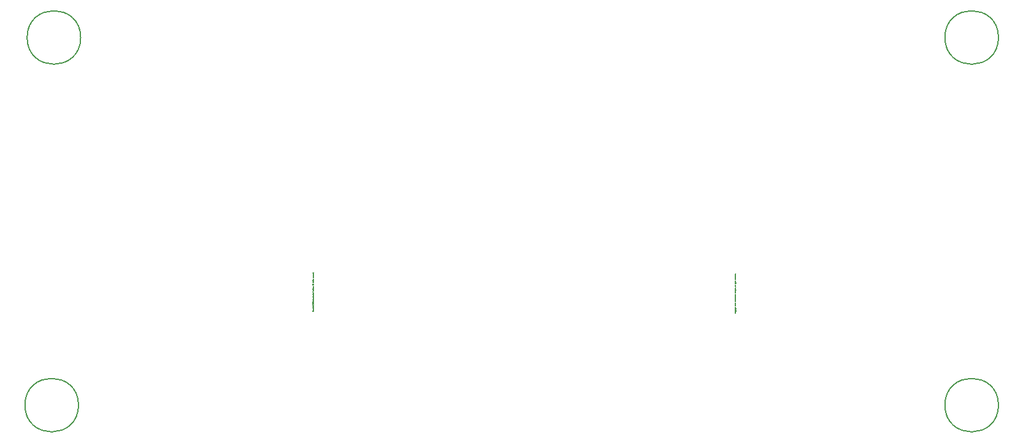
<source format=gbr>
G04 #@! TF.GenerationSoftware,KiCad,Pcbnew,(5.1.6)-1*
G04 #@! TF.CreationDate,2020-09-25T16:17:49-04:00*
G04 #@! TF.ProjectId,PB_16,50425f31-362e-46b6-9963-61645f706362,v2*
G04 #@! TF.SameCoordinates,Original*
G04 #@! TF.FileFunction,Other,Comment*
%FSLAX46Y46*%
G04 Gerber Fmt 4.6, Leading zero omitted, Abs format (unit mm)*
G04 Created by KiCad (PCBNEW (5.1.6)-1) date 2020-09-25 16:17:49*
%MOMM*%
%LPD*%
G01*
G04 APERTURE LIST*
%ADD10C,0.150000*%
%ADD11C,0.002000*%
G04 APERTURE END LIST*
D10*
X85127600Y-66318600D02*
G75*
G03*
X85127600Y-66318600I-3700000J0D01*
G01*
X84827600Y-117118600D02*
G75*
G03*
X84827600Y-117118600I-3700000J0D01*
G01*
X211827600Y-66318600D02*
G75*
G03*
X211827600Y-66318600I-3700000J0D01*
G01*
X211827600Y-117118600D02*
G75*
G03*
X211827600Y-117118600I-3700000J0D01*
G01*
D11*
X175515117Y-104298313D02*
X175521164Y-104304360D01*
X175527212Y-104322503D01*
X175527212Y-104334599D01*
X175521164Y-104352741D01*
X175509069Y-104364837D01*
X175496974Y-104370884D01*
X175472783Y-104376932D01*
X175454640Y-104376932D01*
X175430450Y-104370884D01*
X175418355Y-104364837D01*
X175406260Y-104352741D01*
X175400212Y-104334599D01*
X175400212Y-104322503D01*
X175406260Y-104304360D01*
X175412307Y-104298313D01*
X175527212Y-104225741D02*
X175521164Y-104237837D01*
X175515117Y-104243884D01*
X175503021Y-104249932D01*
X175466736Y-104249932D01*
X175454640Y-104243884D01*
X175448593Y-104237837D01*
X175442545Y-104225741D01*
X175442545Y-104207599D01*
X175448593Y-104195503D01*
X175454640Y-104189456D01*
X175466736Y-104183408D01*
X175503021Y-104183408D01*
X175515117Y-104189456D01*
X175521164Y-104195503D01*
X175527212Y-104207599D01*
X175527212Y-104225741D01*
X175442545Y-104128980D02*
X175569545Y-104128980D01*
X175448593Y-104128980D02*
X175442545Y-104116884D01*
X175442545Y-104092694D01*
X175448593Y-104080599D01*
X175454640Y-104074551D01*
X175466736Y-104068503D01*
X175503021Y-104068503D01*
X175515117Y-104074551D01*
X175521164Y-104080599D01*
X175527212Y-104092694D01*
X175527212Y-104116884D01*
X175521164Y-104128980D01*
X175442545Y-104026170D02*
X175527212Y-103995932D01*
X175442545Y-103965694D02*
X175527212Y-103995932D01*
X175557450Y-104008027D01*
X175563498Y-104014075D01*
X175569545Y-104026170D01*
X175527212Y-103917313D02*
X175442545Y-103917313D01*
X175466736Y-103917313D02*
X175454640Y-103911265D01*
X175448593Y-103905218D01*
X175442545Y-103893122D01*
X175442545Y-103881027D01*
X175527212Y-103838694D02*
X175442545Y-103838694D01*
X175400212Y-103838694D02*
X175406260Y-103844741D01*
X175412307Y-103838694D01*
X175406260Y-103832646D01*
X175400212Y-103838694D01*
X175412307Y-103838694D01*
X175442545Y-103723789D02*
X175545355Y-103723789D01*
X175557450Y-103729837D01*
X175563498Y-103735884D01*
X175569545Y-103747980D01*
X175569545Y-103766122D01*
X175563498Y-103778218D01*
X175521164Y-103723789D02*
X175527212Y-103735884D01*
X175527212Y-103760075D01*
X175521164Y-103772170D01*
X175515117Y-103778218D01*
X175503021Y-103784265D01*
X175466736Y-103784265D01*
X175454640Y-103778218D01*
X175448593Y-103772170D01*
X175442545Y-103760075D01*
X175442545Y-103735884D01*
X175448593Y-103723789D01*
X175527212Y-103663313D02*
X175400212Y-103663313D01*
X175527212Y-103608884D02*
X175460688Y-103608884D01*
X175448593Y-103614932D01*
X175442545Y-103627027D01*
X175442545Y-103645170D01*
X175448593Y-103657265D01*
X175454640Y-103663313D01*
X175442545Y-103566551D02*
X175442545Y-103518170D01*
X175400212Y-103548408D02*
X175509069Y-103548408D01*
X175521164Y-103542360D01*
X175527212Y-103530265D01*
X175527212Y-103518170D01*
X175412307Y-103385122D02*
X175406260Y-103379075D01*
X175400212Y-103366980D01*
X175400212Y-103336741D01*
X175406260Y-103324646D01*
X175412307Y-103318599D01*
X175424402Y-103312551D01*
X175436498Y-103312551D01*
X175454640Y-103318599D01*
X175527212Y-103391170D01*
X175527212Y-103312551D01*
X175400212Y-103233932D02*
X175400212Y-103221837D01*
X175406260Y-103209741D01*
X175412307Y-103203694D01*
X175424402Y-103197646D01*
X175448593Y-103191599D01*
X175478831Y-103191599D01*
X175503021Y-103197646D01*
X175515117Y-103203694D01*
X175521164Y-103209741D01*
X175527212Y-103221837D01*
X175527212Y-103233932D01*
X175521164Y-103246027D01*
X175515117Y-103252075D01*
X175503021Y-103258122D01*
X175478831Y-103264170D01*
X175448593Y-103264170D01*
X175424402Y-103258122D01*
X175412307Y-103252075D01*
X175406260Y-103246027D01*
X175400212Y-103233932D01*
X175527212Y-103070646D02*
X175527212Y-103143218D01*
X175527212Y-103106932D02*
X175400212Y-103106932D01*
X175418355Y-103119027D01*
X175430450Y-103131122D01*
X175436498Y-103143218D01*
X175400212Y-102961789D02*
X175400212Y-102985980D01*
X175406260Y-102998075D01*
X175412307Y-103004122D01*
X175430450Y-103016218D01*
X175454640Y-103022265D01*
X175503021Y-103022265D01*
X175515117Y-103016218D01*
X175521164Y-103010170D01*
X175527212Y-102998075D01*
X175527212Y-102973884D01*
X175521164Y-102961789D01*
X175515117Y-102955741D01*
X175503021Y-102949694D01*
X175472783Y-102949694D01*
X175460688Y-102955741D01*
X175454640Y-102961789D01*
X175448593Y-102973884D01*
X175448593Y-102998075D01*
X175454640Y-103010170D01*
X175460688Y-103016218D01*
X175472783Y-103022265D01*
X175490926Y-102804551D02*
X175490926Y-102744075D01*
X175527212Y-102816646D02*
X175400212Y-102774313D01*
X175527212Y-102731980D01*
X175521164Y-102635218D02*
X175527212Y-102647313D01*
X175527212Y-102671503D01*
X175521164Y-102683599D01*
X175515117Y-102689646D01*
X175503021Y-102695694D01*
X175466736Y-102695694D01*
X175454640Y-102689646D01*
X175448593Y-102683599D01*
X175442545Y-102671503D01*
X175442545Y-102647313D01*
X175448593Y-102635218D01*
X175521164Y-102526360D02*
X175527212Y-102538456D01*
X175527212Y-102562646D01*
X175521164Y-102574741D01*
X175515117Y-102580789D01*
X175503021Y-102586837D01*
X175466736Y-102586837D01*
X175454640Y-102580789D01*
X175448593Y-102574741D01*
X175442545Y-102562646D01*
X175442545Y-102538456D01*
X175448593Y-102526360D01*
X175521164Y-102423551D02*
X175527212Y-102435646D01*
X175527212Y-102459837D01*
X175521164Y-102471932D01*
X175509069Y-102477980D01*
X175460688Y-102477980D01*
X175448593Y-102471932D01*
X175442545Y-102459837D01*
X175442545Y-102435646D01*
X175448593Y-102423551D01*
X175460688Y-102417503D01*
X175472783Y-102417503D01*
X175484879Y-102477980D01*
X175527212Y-102344932D02*
X175521164Y-102357027D01*
X175509069Y-102363075D01*
X175400212Y-102363075D01*
X175521164Y-102248170D02*
X175527212Y-102260265D01*
X175527212Y-102284456D01*
X175521164Y-102296551D01*
X175509069Y-102302599D01*
X175460688Y-102302599D01*
X175448593Y-102296551D01*
X175442545Y-102284456D01*
X175442545Y-102260265D01*
X175448593Y-102248170D01*
X175460688Y-102242122D01*
X175472783Y-102242122D01*
X175484879Y-102302599D01*
X175527212Y-102187694D02*
X175442545Y-102187694D01*
X175466736Y-102187694D02*
X175454640Y-102181646D01*
X175448593Y-102175599D01*
X175442545Y-102163503D01*
X175442545Y-102151408D01*
X175527212Y-102054646D02*
X175460688Y-102054646D01*
X175448593Y-102060694D01*
X175442545Y-102072789D01*
X175442545Y-102096980D01*
X175448593Y-102109075D01*
X175521164Y-102054646D02*
X175527212Y-102066741D01*
X175527212Y-102096980D01*
X175521164Y-102109075D01*
X175509069Y-102115122D01*
X175496974Y-102115122D01*
X175484879Y-102109075D01*
X175478831Y-102096980D01*
X175478831Y-102066741D01*
X175472783Y-102054646D01*
X175442545Y-102012313D02*
X175442545Y-101963932D01*
X175400212Y-101994170D02*
X175509069Y-101994170D01*
X175521164Y-101988122D01*
X175527212Y-101976027D01*
X175527212Y-101963932D01*
X175521164Y-101873218D02*
X175527212Y-101885313D01*
X175527212Y-101909503D01*
X175521164Y-101921599D01*
X175509069Y-101927646D01*
X175460688Y-101927646D01*
X175448593Y-101921599D01*
X175442545Y-101909503D01*
X175442545Y-101885313D01*
X175448593Y-101873218D01*
X175460688Y-101867170D01*
X175472783Y-101867170D01*
X175484879Y-101927646D01*
X175527212Y-101758313D02*
X175400212Y-101758313D01*
X175521164Y-101758313D02*
X175527212Y-101770408D01*
X175527212Y-101794599D01*
X175521164Y-101806694D01*
X175515117Y-101812741D01*
X175503021Y-101818789D01*
X175466736Y-101818789D01*
X175454640Y-101812741D01*
X175448593Y-101806694D01*
X175442545Y-101794599D01*
X175442545Y-101770408D01*
X175448593Y-101758313D01*
X175527212Y-101601075D02*
X175400212Y-101601075D01*
X175400212Y-101570837D01*
X175406260Y-101552694D01*
X175418355Y-101540599D01*
X175430450Y-101534551D01*
X175454640Y-101528503D01*
X175472783Y-101528503D01*
X175496974Y-101534551D01*
X175509069Y-101540599D01*
X175521164Y-101552694D01*
X175527212Y-101570837D01*
X175527212Y-101601075D01*
X175521164Y-101425694D02*
X175527212Y-101437789D01*
X175527212Y-101461980D01*
X175521164Y-101474075D01*
X175509069Y-101480122D01*
X175460688Y-101480122D01*
X175448593Y-101474075D01*
X175442545Y-101461980D01*
X175442545Y-101437789D01*
X175448593Y-101425694D01*
X175460688Y-101419646D01*
X175472783Y-101419646D01*
X175484879Y-101480122D01*
X175521164Y-101371265D02*
X175527212Y-101359170D01*
X175527212Y-101334980D01*
X175521164Y-101322884D01*
X175509069Y-101316837D01*
X175503021Y-101316837D01*
X175490926Y-101322884D01*
X175484879Y-101334980D01*
X175484879Y-101353122D01*
X175478831Y-101365218D01*
X175466736Y-101371265D01*
X175460688Y-101371265D01*
X175448593Y-101365218D01*
X175442545Y-101353122D01*
X175442545Y-101334980D01*
X175448593Y-101322884D01*
X175527212Y-101262408D02*
X175442545Y-101262408D01*
X175400212Y-101262408D02*
X175406260Y-101268456D01*
X175412307Y-101262408D01*
X175406260Y-101256360D01*
X175400212Y-101262408D01*
X175412307Y-101262408D01*
X175442545Y-101147503D02*
X175545355Y-101147503D01*
X175557450Y-101153551D01*
X175563498Y-101159599D01*
X175569545Y-101171694D01*
X175569545Y-101189837D01*
X175563498Y-101201932D01*
X175521164Y-101147503D02*
X175527212Y-101159599D01*
X175527212Y-101183789D01*
X175521164Y-101195884D01*
X175515117Y-101201932D01*
X175503021Y-101207980D01*
X175466736Y-101207980D01*
X175454640Y-101201932D01*
X175448593Y-101195884D01*
X175442545Y-101183789D01*
X175442545Y-101159599D01*
X175448593Y-101147503D01*
X175442545Y-101087027D02*
X175527212Y-101087027D01*
X175454640Y-101087027D02*
X175448593Y-101080980D01*
X175442545Y-101068884D01*
X175442545Y-101050741D01*
X175448593Y-101038646D01*
X175460688Y-101032599D01*
X175527212Y-101032599D01*
X175521164Y-100978170D02*
X175527212Y-100966075D01*
X175527212Y-100941884D01*
X175521164Y-100929789D01*
X175509069Y-100923741D01*
X175503021Y-100923741D01*
X175490926Y-100929789D01*
X175484879Y-100941884D01*
X175484879Y-100960027D01*
X175478831Y-100972122D01*
X175466736Y-100978170D01*
X175460688Y-100978170D01*
X175448593Y-100972122D01*
X175442545Y-100960027D01*
X175442545Y-100941884D01*
X175448593Y-100929789D01*
X175515117Y-100869313D02*
X175521164Y-100863265D01*
X175527212Y-100869313D01*
X175521164Y-100875360D01*
X175515117Y-100869313D01*
X175527212Y-100869313D01*
X175490926Y-100718122D02*
X175490926Y-100657646D01*
X175527212Y-100730218D02*
X175400212Y-100687884D01*
X175527212Y-100645551D01*
X175527212Y-100585075D02*
X175521164Y-100597170D01*
X175509069Y-100603218D01*
X175400212Y-100603218D01*
X175527212Y-100518551D02*
X175521164Y-100530646D01*
X175509069Y-100536694D01*
X175400212Y-100536694D01*
X175527212Y-100373408D02*
X175442545Y-100373408D01*
X175466736Y-100373408D02*
X175454640Y-100367360D01*
X175448593Y-100361313D01*
X175442545Y-100349218D01*
X175442545Y-100337122D01*
X175527212Y-100294789D02*
X175442545Y-100294789D01*
X175400212Y-100294789D02*
X175406260Y-100300837D01*
X175412307Y-100294789D01*
X175406260Y-100288741D01*
X175400212Y-100294789D01*
X175412307Y-100294789D01*
X175442545Y-100179884D02*
X175545355Y-100179884D01*
X175557450Y-100185932D01*
X175563498Y-100191980D01*
X175569545Y-100204075D01*
X175569545Y-100222218D01*
X175563498Y-100234313D01*
X175521164Y-100179884D02*
X175527212Y-100191980D01*
X175527212Y-100216170D01*
X175521164Y-100228265D01*
X175515117Y-100234313D01*
X175503021Y-100240360D01*
X175466736Y-100240360D01*
X175454640Y-100234313D01*
X175448593Y-100228265D01*
X175442545Y-100216170D01*
X175442545Y-100191980D01*
X175448593Y-100179884D01*
X175527212Y-100119408D02*
X175400212Y-100119408D01*
X175527212Y-100064980D02*
X175460688Y-100064980D01*
X175448593Y-100071027D01*
X175442545Y-100083122D01*
X175442545Y-100101265D01*
X175448593Y-100113360D01*
X175454640Y-100119408D01*
X175442545Y-100022646D02*
X175442545Y-99974265D01*
X175400212Y-100004503D02*
X175509069Y-100004503D01*
X175521164Y-99998456D01*
X175527212Y-99986360D01*
X175527212Y-99974265D01*
X175521164Y-99937980D02*
X175527212Y-99925884D01*
X175527212Y-99901694D01*
X175521164Y-99889599D01*
X175509069Y-99883551D01*
X175503021Y-99883551D01*
X175490926Y-99889599D01*
X175484879Y-99901694D01*
X175484879Y-99919837D01*
X175478831Y-99931932D01*
X175466736Y-99937980D01*
X175460688Y-99937980D01*
X175448593Y-99931932D01*
X175442545Y-99919837D01*
X175442545Y-99901694D01*
X175448593Y-99889599D01*
X175527212Y-99732360D02*
X175442545Y-99732360D01*
X175466736Y-99732360D02*
X175454640Y-99726313D01*
X175448593Y-99720265D01*
X175442545Y-99708170D01*
X175442545Y-99696075D01*
X175521164Y-99605360D02*
X175527212Y-99617456D01*
X175527212Y-99641646D01*
X175521164Y-99653741D01*
X175509069Y-99659789D01*
X175460688Y-99659789D01*
X175448593Y-99653741D01*
X175442545Y-99641646D01*
X175442545Y-99617456D01*
X175448593Y-99605360D01*
X175460688Y-99599313D01*
X175472783Y-99599313D01*
X175484879Y-99659789D01*
X175521164Y-99550932D02*
X175527212Y-99538837D01*
X175527212Y-99514646D01*
X175521164Y-99502551D01*
X175509069Y-99496503D01*
X175503021Y-99496503D01*
X175490926Y-99502551D01*
X175484879Y-99514646D01*
X175484879Y-99532789D01*
X175478831Y-99544884D01*
X175466736Y-99550932D01*
X175460688Y-99550932D01*
X175448593Y-99544884D01*
X175442545Y-99532789D01*
X175442545Y-99514646D01*
X175448593Y-99502551D01*
X175521164Y-99393694D02*
X175527212Y-99405789D01*
X175527212Y-99429980D01*
X175521164Y-99442075D01*
X175509069Y-99448122D01*
X175460688Y-99448122D01*
X175448593Y-99442075D01*
X175442545Y-99429980D01*
X175442545Y-99405789D01*
X175448593Y-99393694D01*
X175460688Y-99387646D01*
X175472783Y-99387646D01*
X175484879Y-99448122D01*
X175527212Y-99333218D02*
X175442545Y-99333218D01*
X175466736Y-99333218D02*
X175454640Y-99327170D01*
X175448593Y-99321122D01*
X175442545Y-99309027D01*
X175442545Y-99296932D01*
X175442545Y-99266694D02*
X175527212Y-99236456D01*
X175442545Y-99206218D01*
X175521164Y-99109456D02*
X175527212Y-99121551D01*
X175527212Y-99145741D01*
X175521164Y-99157837D01*
X175509069Y-99163884D01*
X175460688Y-99163884D01*
X175448593Y-99157837D01*
X175442545Y-99145741D01*
X175442545Y-99121551D01*
X175448593Y-99109456D01*
X175460688Y-99103408D01*
X175472783Y-99103408D01*
X175484879Y-99163884D01*
X175527212Y-98994551D02*
X175400212Y-98994551D01*
X175521164Y-98994551D02*
X175527212Y-99006646D01*
X175527212Y-99030837D01*
X175521164Y-99042932D01*
X175515117Y-99048980D01*
X175503021Y-99055027D01*
X175466736Y-99055027D01*
X175454640Y-99048980D01*
X175448593Y-99042932D01*
X175442545Y-99030837D01*
X175442545Y-99006646D01*
X175448593Y-98994551D01*
X175515117Y-98934075D02*
X175521164Y-98928027D01*
X175527212Y-98934075D01*
X175521164Y-98940122D01*
X175515117Y-98934075D01*
X175527212Y-98934075D01*
X117211957Y-104090033D02*
X117218004Y-104096080D01*
X117224052Y-104114223D01*
X117224052Y-104126319D01*
X117218004Y-104144461D01*
X117205909Y-104156557D01*
X117193814Y-104162604D01*
X117169623Y-104168652D01*
X117151480Y-104168652D01*
X117127290Y-104162604D01*
X117115195Y-104156557D01*
X117103100Y-104144461D01*
X117097052Y-104126319D01*
X117097052Y-104114223D01*
X117103100Y-104096080D01*
X117109147Y-104090033D01*
X117224052Y-104017461D02*
X117218004Y-104029557D01*
X117211957Y-104035604D01*
X117199861Y-104041652D01*
X117163576Y-104041652D01*
X117151480Y-104035604D01*
X117145433Y-104029557D01*
X117139385Y-104017461D01*
X117139385Y-103999319D01*
X117145433Y-103987223D01*
X117151480Y-103981176D01*
X117163576Y-103975128D01*
X117199861Y-103975128D01*
X117211957Y-103981176D01*
X117218004Y-103987223D01*
X117224052Y-103999319D01*
X117224052Y-104017461D01*
X117139385Y-103920700D02*
X117266385Y-103920700D01*
X117145433Y-103920700D02*
X117139385Y-103908604D01*
X117139385Y-103884414D01*
X117145433Y-103872319D01*
X117151480Y-103866271D01*
X117163576Y-103860223D01*
X117199861Y-103860223D01*
X117211957Y-103866271D01*
X117218004Y-103872319D01*
X117224052Y-103884414D01*
X117224052Y-103908604D01*
X117218004Y-103920700D01*
X117139385Y-103817890D02*
X117224052Y-103787652D01*
X117139385Y-103757414D02*
X117224052Y-103787652D01*
X117254290Y-103799747D01*
X117260338Y-103805795D01*
X117266385Y-103817890D01*
X117224052Y-103709033D02*
X117139385Y-103709033D01*
X117163576Y-103709033D02*
X117151480Y-103702985D01*
X117145433Y-103696938D01*
X117139385Y-103684842D01*
X117139385Y-103672747D01*
X117224052Y-103630414D02*
X117139385Y-103630414D01*
X117097052Y-103630414D02*
X117103100Y-103636461D01*
X117109147Y-103630414D01*
X117103100Y-103624366D01*
X117097052Y-103630414D01*
X117109147Y-103630414D01*
X117139385Y-103515509D02*
X117242195Y-103515509D01*
X117254290Y-103521557D01*
X117260338Y-103527604D01*
X117266385Y-103539700D01*
X117266385Y-103557842D01*
X117260338Y-103569938D01*
X117218004Y-103515509D02*
X117224052Y-103527604D01*
X117224052Y-103551795D01*
X117218004Y-103563890D01*
X117211957Y-103569938D01*
X117199861Y-103575985D01*
X117163576Y-103575985D01*
X117151480Y-103569938D01*
X117145433Y-103563890D01*
X117139385Y-103551795D01*
X117139385Y-103527604D01*
X117145433Y-103515509D01*
X117224052Y-103455033D02*
X117097052Y-103455033D01*
X117224052Y-103400604D02*
X117157528Y-103400604D01*
X117145433Y-103406652D01*
X117139385Y-103418747D01*
X117139385Y-103436890D01*
X117145433Y-103448985D01*
X117151480Y-103455033D01*
X117139385Y-103358271D02*
X117139385Y-103309890D01*
X117097052Y-103340128D02*
X117205909Y-103340128D01*
X117218004Y-103334080D01*
X117224052Y-103321985D01*
X117224052Y-103309890D01*
X117109147Y-103176842D02*
X117103100Y-103170795D01*
X117097052Y-103158700D01*
X117097052Y-103128461D01*
X117103100Y-103116366D01*
X117109147Y-103110319D01*
X117121242Y-103104271D01*
X117133338Y-103104271D01*
X117151480Y-103110319D01*
X117224052Y-103182890D01*
X117224052Y-103104271D01*
X117097052Y-103025652D02*
X117097052Y-103013557D01*
X117103100Y-103001461D01*
X117109147Y-102995414D01*
X117121242Y-102989366D01*
X117145433Y-102983319D01*
X117175671Y-102983319D01*
X117199861Y-102989366D01*
X117211957Y-102995414D01*
X117218004Y-103001461D01*
X117224052Y-103013557D01*
X117224052Y-103025652D01*
X117218004Y-103037747D01*
X117211957Y-103043795D01*
X117199861Y-103049842D01*
X117175671Y-103055890D01*
X117145433Y-103055890D01*
X117121242Y-103049842D01*
X117109147Y-103043795D01*
X117103100Y-103037747D01*
X117097052Y-103025652D01*
X117224052Y-102862366D02*
X117224052Y-102934938D01*
X117224052Y-102898652D02*
X117097052Y-102898652D01*
X117115195Y-102910747D01*
X117127290Y-102922842D01*
X117133338Y-102934938D01*
X117097052Y-102753509D02*
X117097052Y-102777700D01*
X117103100Y-102789795D01*
X117109147Y-102795842D01*
X117127290Y-102807938D01*
X117151480Y-102813985D01*
X117199861Y-102813985D01*
X117211957Y-102807938D01*
X117218004Y-102801890D01*
X117224052Y-102789795D01*
X117224052Y-102765604D01*
X117218004Y-102753509D01*
X117211957Y-102747461D01*
X117199861Y-102741414D01*
X117169623Y-102741414D01*
X117157528Y-102747461D01*
X117151480Y-102753509D01*
X117145433Y-102765604D01*
X117145433Y-102789795D01*
X117151480Y-102801890D01*
X117157528Y-102807938D01*
X117169623Y-102813985D01*
X117187766Y-102596271D02*
X117187766Y-102535795D01*
X117224052Y-102608366D02*
X117097052Y-102566033D01*
X117224052Y-102523700D01*
X117218004Y-102426938D02*
X117224052Y-102439033D01*
X117224052Y-102463223D01*
X117218004Y-102475319D01*
X117211957Y-102481366D01*
X117199861Y-102487414D01*
X117163576Y-102487414D01*
X117151480Y-102481366D01*
X117145433Y-102475319D01*
X117139385Y-102463223D01*
X117139385Y-102439033D01*
X117145433Y-102426938D01*
X117218004Y-102318080D02*
X117224052Y-102330176D01*
X117224052Y-102354366D01*
X117218004Y-102366461D01*
X117211957Y-102372509D01*
X117199861Y-102378557D01*
X117163576Y-102378557D01*
X117151480Y-102372509D01*
X117145433Y-102366461D01*
X117139385Y-102354366D01*
X117139385Y-102330176D01*
X117145433Y-102318080D01*
X117218004Y-102215271D02*
X117224052Y-102227366D01*
X117224052Y-102251557D01*
X117218004Y-102263652D01*
X117205909Y-102269700D01*
X117157528Y-102269700D01*
X117145433Y-102263652D01*
X117139385Y-102251557D01*
X117139385Y-102227366D01*
X117145433Y-102215271D01*
X117157528Y-102209223D01*
X117169623Y-102209223D01*
X117181719Y-102269700D01*
X117224052Y-102136652D02*
X117218004Y-102148747D01*
X117205909Y-102154795D01*
X117097052Y-102154795D01*
X117218004Y-102039890D02*
X117224052Y-102051985D01*
X117224052Y-102076176D01*
X117218004Y-102088271D01*
X117205909Y-102094319D01*
X117157528Y-102094319D01*
X117145433Y-102088271D01*
X117139385Y-102076176D01*
X117139385Y-102051985D01*
X117145433Y-102039890D01*
X117157528Y-102033842D01*
X117169623Y-102033842D01*
X117181719Y-102094319D01*
X117224052Y-101979414D02*
X117139385Y-101979414D01*
X117163576Y-101979414D02*
X117151480Y-101973366D01*
X117145433Y-101967319D01*
X117139385Y-101955223D01*
X117139385Y-101943128D01*
X117224052Y-101846366D02*
X117157528Y-101846366D01*
X117145433Y-101852414D01*
X117139385Y-101864509D01*
X117139385Y-101888700D01*
X117145433Y-101900795D01*
X117218004Y-101846366D02*
X117224052Y-101858461D01*
X117224052Y-101888700D01*
X117218004Y-101900795D01*
X117205909Y-101906842D01*
X117193814Y-101906842D01*
X117181719Y-101900795D01*
X117175671Y-101888700D01*
X117175671Y-101858461D01*
X117169623Y-101846366D01*
X117139385Y-101804033D02*
X117139385Y-101755652D01*
X117097052Y-101785890D02*
X117205909Y-101785890D01*
X117218004Y-101779842D01*
X117224052Y-101767747D01*
X117224052Y-101755652D01*
X117218004Y-101664938D02*
X117224052Y-101677033D01*
X117224052Y-101701223D01*
X117218004Y-101713319D01*
X117205909Y-101719366D01*
X117157528Y-101719366D01*
X117145433Y-101713319D01*
X117139385Y-101701223D01*
X117139385Y-101677033D01*
X117145433Y-101664938D01*
X117157528Y-101658890D01*
X117169623Y-101658890D01*
X117181719Y-101719366D01*
X117224052Y-101550033D02*
X117097052Y-101550033D01*
X117218004Y-101550033D02*
X117224052Y-101562128D01*
X117224052Y-101586319D01*
X117218004Y-101598414D01*
X117211957Y-101604461D01*
X117199861Y-101610509D01*
X117163576Y-101610509D01*
X117151480Y-101604461D01*
X117145433Y-101598414D01*
X117139385Y-101586319D01*
X117139385Y-101562128D01*
X117145433Y-101550033D01*
X117224052Y-101392795D02*
X117097052Y-101392795D01*
X117097052Y-101362557D01*
X117103100Y-101344414D01*
X117115195Y-101332319D01*
X117127290Y-101326271D01*
X117151480Y-101320223D01*
X117169623Y-101320223D01*
X117193814Y-101326271D01*
X117205909Y-101332319D01*
X117218004Y-101344414D01*
X117224052Y-101362557D01*
X117224052Y-101392795D01*
X117218004Y-101217414D02*
X117224052Y-101229509D01*
X117224052Y-101253700D01*
X117218004Y-101265795D01*
X117205909Y-101271842D01*
X117157528Y-101271842D01*
X117145433Y-101265795D01*
X117139385Y-101253700D01*
X117139385Y-101229509D01*
X117145433Y-101217414D01*
X117157528Y-101211366D01*
X117169623Y-101211366D01*
X117181719Y-101271842D01*
X117218004Y-101162985D02*
X117224052Y-101150890D01*
X117224052Y-101126700D01*
X117218004Y-101114604D01*
X117205909Y-101108557D01*
X117199861Y-101108557D01*
X117187766Y-101114604D01*
X117181719Y-101126700D01*
X117181719Y-101144842D01*
X117175671Y-101156938D01*
X117163576Y-101162985D01*
X117157528Y-101162985D01*
X117145433Y-101156938D01*
X117139385Y-101144842D01*
X117139385Y-101126700D01*
X117145433Y-101114604D01*
X117224052Y-101054128D02*
X117139385Y-101054128D01*
X117097052Y-101054128D02*
X117103100Y-101060176D01*
X117109147Y-101054128D01*
X117103100Y-101048080D01*
X117097052Y-101054128D01*
X117109147Y-101054128D01*
X117139385Y-100939223D02*
X117242195Y-100939223D01*
X117254290Y-100945271D01*
X117260338Y-100951319D01*
X117266385Y-100963414D01*
X117266385Y-100981557D01*
X117260338Y-100993652D01*
X117218004Y-100939223D02*
X117224052Y-100951319D01*
X117224052Y-100975509D01*
X117218004Y-100987604D01*
X117211957Y-100993652D01*
X117199861Y-100999700D01*
X117163576Y-100999700D01*
X117151480Y-100993652D01*
X117145433Y-100987604D01*
X117139385Y-100975509D01*
X117139385Y-100951319D01*
X117145433Y-100939223D01*
X117139385Y-100878747D02*
X117224052Y-100878747D01*
X117151480Y-100878747D02*
X117145433Y-100872700D01*
X117139385Y-100860604D01*
X117139385Y-100842461D01*
X117145433Y-100830366D01*
X117157528Y-100824319D01*
X117224052Y-100824319D01*
X117218004Y-100769890D02*
X117224052Y-100757795D01*
X117224052Y-100733604D01*
X117218004Y-100721509D01*
X117205909Y-100715461D01*
X117199861Y-100715461D01*
X117187766Y-100721509D01*
X117181719Y-100733604D01*
X117181719Y-100751747D01*
X117175671Y-100763842D01*
X117163576Y-100769890D01*
X117157528Y-100769890D01*
X117145433Y-100763842D01*
X117139385Y-100751747D01*
X117139385Y-100733604D01*
X117145433Y-100721509D01*
X117211957Y-100661033D02*
X117218004Y-100654985D01*
X117224052Y-100661033D01*
X117218004Y-100667080D01*
X117211957Y-100661033D01*
X117224052Y-100661033D01*
X117187766Y-100509842D02*
X117187766Y-100449366D01*
X117224052Y-100521938D02*
X117097052Y-100479604D01*
X117224052Y-100437271D01*
X117224052Y-100376795D02*
X117218004Y-100388890D01*
X117205909Y-100394938D01*
X117097052Y-100394938D01*
X117224052Y-100310271D02*
X117218004Y-100322366D01*
X117205909Y-100328414D01*
X117097052Y-100328414D01*
X117224052Y-100165128D02*
X117139385Y-100165128D01*
X117163576Y-100165128D02*
X117151480Y-100159080D01*
X117145433Y-100153033D01*
X117139385Y-100140938D01*
X117139385Y-100128842D01*
X117224052Y-100086509D02*
X117139385Y-100086509D01*
X117097052Y-100086509D02*
X117103100Y-100092557D01*
X117109147Y-100086509D01*
X117103100Y-100080461D01*
X117097052Y-100086509D01*
X117109147Y-100086509D01*
X117139385Y-99971604D02*
X117242195Y-99971604D01*
X117254290Y-99977652D01*
X117260338Y-99983700D01*
X117266385Y-99995795D01*
X117266385Y-100013938D01*
X117260338Y-100026033D01*
X117218004Y-99971604D02*
X117224052Y-99983700D01*
X117224052Y-100007890D01*
X117218004Y-100019985D01*
X117211957Y-100026033D01*
X117199861Y-100032080D01*
X117163576Y-100032080D01*
X117151480Y-100026033D01*
X117145433Y-100019985D01*
X117139385Y-100007890D01*
X117139385Y-99983700D01*
X117145433Y-99971604D01*
X117224052Y-99911128D02*
X117097052Y-99911128D01*
X117224052Y-99856700D02*
X117157528Y-99856700D01*
X117145433Y-99862747D01*
X117139385Y-99874842D01*
X117139385Y-99892985D01*
X117145433Y-99905080D01*
X117151480Y-99911128D01*
X117139385Y-99814366D02*
X117139385Y-99765985D01*
X117097052Y-99796223D02*
X117205909Y-99796223D01*
X117218004Y-99790176D01*
X117224052Y-99778080D01*
X117224052Y-99765985D01*
X117218004Y-99729700D02*
X117224052Y-99717604D01*
X117224052Y-99693414D01*
X117218004Y-99681319D01*
X117205909Y-99675271D01*
X117199861Y-99675271D01*
X117187766Y-99681319D01*
X117181719Y-99693414D01*
X117181719Y-99711557D01*
X117175671Y-99723652D01*
X117163576Y-99729700D01*
X117157528Y-99729700D01*
X117145433Y-99723652D01*
X117139385Y-99711557D01*
X117139385Y-99693414D01*
X117145433Y-99681319D01*
X117224052Y-99524080D02*
X117139385Y-99524080D01*
X117163576Y-99524080D02*
X117151480Y-99518033D01*
X117145433Y-99511985D01*
X117139385Y-99499890D01*
X117139385Y-99487795D01*
X117218004Y-99397080D02*
X117224052Y-99409176D01*
X117224052Y-99433366D01*
X117218004Y-99445461D01*
X117205909Y-99451509D01*
X117157528Y-99451509D01*
X117145433Y-99445461D01*
X117139385Y-99433366D01*
X117139385Y-99409176D01*
X117145433Y-99397080D01*
X117157528Y-99391033D01*
X117169623Y-99391033D01*
X117181719Y-99451509D01*
X117218004Y-99342652D02*
X117224052Y-99330557D01*
X117224052Y-99306366D01*
X117218004Y-99294271D01*
X117205909Y-99288223D01*
X117199861Y-99288223D01*
X117187766Y-99294271D01*
X117181719Y-99306366D01*
X117181719Y-99324509D01*
X117175671Y-99336604D01*
X117163576Y-99342652D01*
X117157528Y-99342652D01*
X117145433Y-99336604D01*
X117139385Y-99324509D01*
X117139385Y-99306366D01*
X117145433Y-99294271D01*
X117218004Y-99185414D02*
X117224052Y-99197509D01*
X117224052Y-99221700D01*
X117218004Y-99233795D01*
X117205909Y-99239842D01*
X117157528Y-99239842D01*
X117145433Y-99233795D01*
X117139385Y-99221700D01*
X117139385Y-99197509D01*
X117145433Y-99185414D01*
X117157528Y-99179366D01*
X117169623Y-99179366D01*
X117181719Y-99239842D01*
X117224052Y-99124938D02*
X117139385Y-99124938D01*
X117163576Y-99124938D02*
X117151480Y-99118890D01*
X117145433Y-99112842D01*
X117139385Y-99100747D01*
X117139385Y-99088652D01*
X117139385Y-99058414D02*
X117224052Y-99028176D01*
X117139385Y-98997938D01*
X117218004Y-98901176D02*
X117224052Y-98913271D01*
X117224052Y-98937461D01*
X117218004Y-98949557D01*
X117205909Y-98955604D01*
X117157528Y-98955604D01*
X117145433Y-98949557D01*
X117139385Y-98937461D01*
X117139385Y-98913271D01*
X117145433Y-98901176D01*
X117157528Y-98895128D01*
X117169623Y-98895128D01*
X117181719Y-98955604D01*
X117224052Y-98786271D02*
X117097052Y-98786271D01*
X117218004Y-98786271D02*
X117224052Y-98798366D01*
X117224052Y-98822557D01*
X117218004Y-98834652D01*
X117211957Y-98840700D01*
X117199861Y-98846747D01*
X117163576Y-98846747D01*
X117151480Y-98840700D01*
X117145433Y-98834652D01*
X117139385Y-98822557D01*
X117139385Y-98798366D01*
X117145433Y-98786271D01*
X117211957Y-98725795D02*
X117218004Y-98719747D01*
X117224052Y-98725795D01*
X117218004Y-98731842D01*
X117211957Y-98725795D01*
X117224052Y-98725795D01*
M02*

</source>
